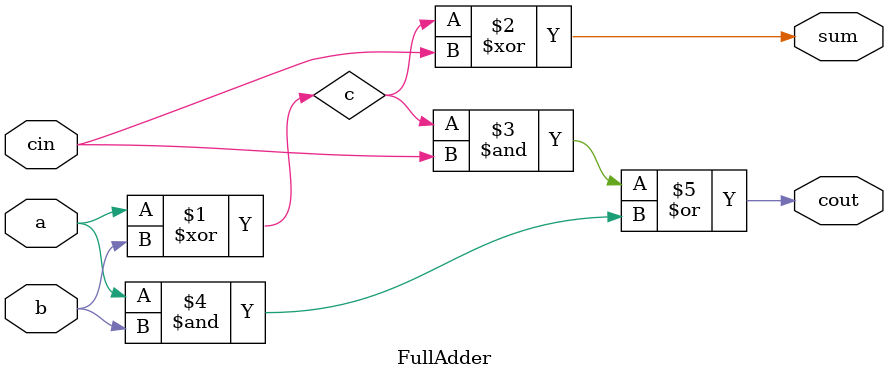
<source format=v>
/*******************************************************************
*
* Module: FullAdder.v
* Project: Processor
* Authors: Anas A. Ibrahim - anas2@aucegypt.edu, Ibrahim Gohar - 
abdelmaksou@aucegypt.edu

* Description: standard full adder circuit
*
* Change history: 06/11/2022 - Added from Lab 6 and polished
*
**********************************************************************/
module FullAdder (
    input a, 
    input b, 
    input cin, 
    output sum, 
    output cout
);

    wire c;
    assign c = a ^ b;
    assign sum = c ^ cin;
    assign cout = (c & cin) | (a & b);
endmodule

</source>
